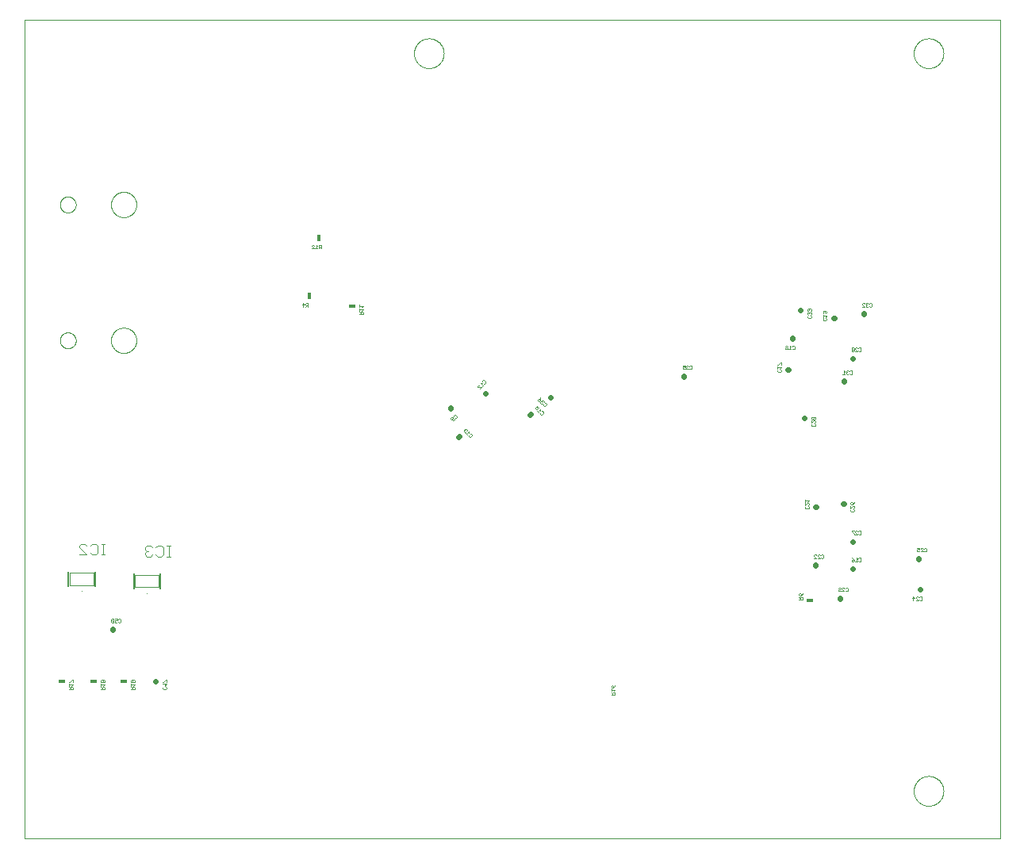
<source format=gbo>
G75*
%MOIN*%
%OFA0B0*%
%FSLAX25Y25*%
%IPPOS*%
%LPD*%
%AMOC8*
5,1,8,0,0,1.08239X$1,22.5*
%
%ADD10C,0.00000*%
%ADD11C,0.02200*%
%ADD12C,0.00100*%
%ADD13R,0.03000X0.01800*%
%ADD14R,0.01800X0.03000*%
%ADD15C,0.00039*%
%ADD16C,0.00500*%
%ADD17C,0.00295*%
%ADD18C,0.00400*%
D10*
X0001500Y0017369D02*
X0001500Y0361369D01*
X0411500Y0361369D01*
X0411500Y0017369D01*
X0001500Y0017369D01*
X0016422Y0226699D02*
X0016424Y0226814D01*
X0016430Y0226930D01*
X0016440Y0227045D01*
X0016454Y0227160D01*
X0016472Y0227274D01*
X0016494Y0227387D01*
X0016519Y0227500D01*
X0016549Y0227611D01*
X0016582Y0227722D01*
X0016619Y0227831D01*
X0016660Y0227939D01*
X0016705Y0228046D01*
X0016753Y0228151D01*
X0016805Y0228254D01*
X0016861Y0228355D01*
X0016920Y0228455D01*
X0016982Y0228552D01*
X0017048Y0228647D01*
X0017116Y0228740D01*
X0017188Y0228830D01*
X0017263Y0228918D01*
X0017342Y0229003D01*
X0017423Y0229085D01*
X0017506Y0229165D01*
X0017593Y0229241D01*
X0017682Y0229315D01*
X0017773Y0229385D01*
X0017867Y0229453D01*
X0017963Y0229517D01*
X0018062Y0229577D01*
X0018162Y0229634D01*
X0018264Y0229688D01*
X0018368Y0229738D01*
X0018474Y0229785D01*
X0018581Y0229828D01*
X0018690Y0229867D01*
X0018800Y0229902D01*
X0018911Y0229933D01*
X0019023Y0229961D01*
X0019136Y0229985D01*
X0019250Y0230005D01*
X0019365Y0230021D01*
X0019480Y0230033D01*
X0019595Y0230041D01*
X0019710Y0230045D01*
X0019826Y0230045D01*
X0019941Y0230041D01*
X0020056Y0230033D01*
X0020171Y0230021D01*
X0020286Y0230005D01*
X0020400Y0229985D01*
X0020513Y0229961D01*
X0020625Y0229933D01*
X0020736Y0229902D01*
X0020846Y0229867D01*
X0020955Y0229828D01*
X0021062Y0229785D01*
X0021168Y0229738D01*
X0021272Y0229688D01*
X0021374Y0229634D01*
X0021474Y0229577D01*
X0021573Y0229517D01*
X0021669Y0229453D01*
X0021763Y0229385D01*
X0021854Y0229315D01*
X0021943Y0229241D01*
X0022030Y0229165D01*
X0022113Y0229085D01*
X0022194Y0229003D01*
X0022273Y0228918D01*
X0022348Y0228830D01*
X0022420Y0228740D01*
X0022488Y0228647D01*
X0022554Y0228552D01*
X0022616Y0228455D01*
X0022675Y0228355D01*
X0022731Y0228254D01*
X0022783Y0228151D01*
X0022831Y0228046D01*
X0022876Y0227939D01*
X0022917Y0227831D01*
X0022954Y0227722D01*
X0022987Y0227611D01*
X0023017Y0227500D01*
X0023042Y0227387D01*
X0023064Y0227274D01*
X0023082Y0227160D01*
X0023096Y0227045D01*
X0023106Y0226930D01*
X0023112Y0226814D01*
X0023114Y0226699D01*
X0023112Y0226584D01*
X0023106Y0226468D01*
X0023096Y0226353D01*
X0023082Y0226238D01*
X0023064Y0226124D01*
X0023042Y0226011D01*
X0023017Y0225898D01*
X0022987Y0225787D01*
X0022954Y0225676D01*
X0022917Y0225567D01*
X0022876Y0225459D01*
X0022831Y0225352D01*
X0022783Y0225247D01*
X0022731Y0225144D01*
X0022675Y0225043D01*
X0022616Y0224943D01*
X0022554Y0224846D01*
X0022488Y0224751D01*
X0022420Y0224658D01*
X0022348Y0224568D01*
X0022273Y0224480D01*
X0022194Y0224395D01*
X0022113Y0224313D01*
X0022030Y0224233D01*
X0021943Y0224157D01*
X0021854Y0224083D01*
X0021763Y0224013D01*
X0021669Y0223945D01*
X0021573Y0223881D01*
X0021474Y0223821D01*
X0021374Y0223764D01*
X0021272Y0223710D01*
X0021168Y0223660D01*
X0021062Y0223613D01*
X0020955Y0223570D01*
X0020846Y0223531D01*
X0020736Y0223496D01*
X0020625Y0223465D01*
X0020513Y0223437D01*
X0020400Y0223413D01*
X0020286Y0223393D01*
X0020171Y0223377D01*
X0020056Y0223365D01*
X0019941Y0223357D01*
X0019826Y0223353D01*
X0019710Y0223353D01*
X0019595Y0223357D01*
X0019480Y0223365D01*
X0019365Y0223377D01*
X0019250Y0223393D01*
X0019136Y0223413D01*
X0019023Y0223437D01*
X0018911Y0223465D01*
X0018800Y0223496D01*
X0018690Y0223531D01*
X0018581Y0223570D01*
X0018474Y0223613D01*
X0018368Y0223660D01*
X0018264Y0223710D01*
X0018162Y0223764D01*
X0018062Y0223821D01*
X0017963Y0223881D01*
X0017867Y0223945D01*
X0017773Y0224013D01*
X0017682Y0224083D01*
X0017593Y0224157D01*
X0017506Y0224233D01*
X0017423Y0224313D01*
X0017342Y0224395D01*
X0017263Y0224480D01*
X0017188Y0224568D01*
X0017116Y0224658D01*
X0017048Y0224751D01*
X0016982Y0224846D01*
X0016920Y0224943D01*
X0016861Y0225043D01*
X0016805Y0225144D01*
X0016753Y0225247D01*
X0016705Y0225352D01*
X0016660Y0225459D01*
X0016619Y0225567D01*
X0016582Y0225676D01*
X0016549Y0225787D01*
X0016519Y0225898D01*
X0016494Y0226011D01*
X0016472Y0226124D01*
X0016454Y0226238D01*
X0016440Y0226353D01*
X0016430Y0226468D01*
X0016424Y0226584D01*
X0016422Y0226699D01*
X0037917Y0226699D02*
X0037919Y0226844D01*
X0037925Y0226989D01*
X0037935Y0227134D01*
X0037949Y0227279D01*
X0037967Y0227423D01*
X0037988Y0227566D01*
X0038014Y0227709D01*
X0038043Y0227851D01*
X0038077Y0227993D01*
X0038114Y0228133D01*
X0038155Y0228272D01*
X0038200Y0228410D01*
X0038249Y0228547D01*
X0038301Y0228683D01*
X0038357Y0228817D01*
X0038417Y0228949D01*
X0038480Y0229080D01*
X0038547Y0229208D01*
X0038617Y0229336D01*
X0038691Y0229461D01*
X0038768Y0229584D01*
X0038848Y0229704D01*
X0038932Y0229823D01*
X0039019Y0229939D01*
X0039109Y0230053D01*
X0039202Y0230165D01*
X0039298Y0230273D01*
X0039398Y0230379D01*
X0039499Y0230483D01*
X0039604Y0230583D01*
X0039712Y0230681D01*
X0039822Y0230776D01*
X0039934Y0230867D01*
X0040049Y0230956D01*
X0040167Y0231041D01*
X0040287Y0231123D01*
X0040409Y0231202D01*
X0040533Y0231278D01*
X0040659Y0231350D01*
X0040787Y0231418D01*
X0040917Y0231483D01*
X0041048Y0231545D01*
X0041181Y0231602D01*
X0041316Y0231657D01*
X0041452Y0231707D01*
X0041590Y0231754D01*
X0041728Y0231797D01*
X0041868Y0231836D01*
X0042009Y0231871D01*
X0042151Y0231903D01*
X0042293Y0231930D01*
X0042436Y0231954D01*
X0042580Y0231974D01*
X0042725Y0231990D01*
X0042869Y0232002D01*
X0043014Y0232010D01*
X0043159Y0232014D01*
X0043305Y0232014D01*
X0043450Y0232010D01*
X0043595Y0232002D01*
X0043739Y0231990D01*
X0043884Y0231974D01*
X0044028Y0231954D01*
X0044171Y0231930D01*
X0044313Y0231903D01*
X0044455Y0231871D01*
X0044596Y0231836D01*
X0044736Y0231797D01*
X0044874Y0231754D01*
X0045012Y0231707D01*
X0045148Y0231657D01*
X0045283Y0231602D01*
X0045416Y0231545D01*
X0045547Y0231483D01*
X0045677Y0231418D01*
X0045805Y0231350D01*
X0045931Y0231278D01*
X0046055Y0231202D01*
X0046177Y0231123D01*
X0046297Y0231041D01*
X0046415Y0230956D01*
X0046530Y0230867D01*
X0046642Y0230776D01*
X0046752Y0230681D01*
X0046860Y0230583D01*
X0046965Y0230483D01*
X0047066Y0230379D01*
X0047166Y0230273D01*
X0047262Y0230165D01*
X0047355Y0230053D01*
X0047445Y0229939D01*
X0047532Y0229823D01*
X0047616Y0229704D01*
X0047696Y0229584D01*
X0047773Y0229461D01*
X0047847Y0229336D01*
X0047917Y0229208D01*
X0047984Y0229080D01*
X0048047Y0228949D01*
X0048107Y0228817D01*
X0048163Y0228683D01*
X0048215Y0228547D01*
X0048264Y0228410D01*
X0048309Y0228272D01*
X0048350Y0228133D01*
X0048387Y0227993D01*
X0048421Y0227851D01*
X0048450Y0227709D01*
X0048476Y0227566D01*
X0048497Y0227423D01*
X0048515Y0227279D01*
X0048529Y0227134D01*
X0048539Y0226989D01*
X0048545Y0226844D01*
X0048547Y0226699D01*
X0048545Y0226554D01*
X0048539Y0226409D01*
X0048529Y0226264D01*
X0048515Y0226119D01*
X0048497Y0225975D01*
X0048476Y0225832D01*
X0048450Y0225689D01*
X0048421Y0225547D01*
X0048387Y0225405D01*
X0048350Y0225265D01*
X0048309Y0225126D01*
X0048264Y0224988D01*
X0048215Y0224851D01*
X0048163Y0224715D01*
X0048107Y0224581D01*
X0048047Y0224449D01*
X0047984Y0224318D01*
X0047917Y0224190D01*
X0047847Y0224062D01*
X0047773Y0223937D01*
X0047696Y0223814D01*
X0047616Y0223694D01*
X0047532Y0223575D01*
X0047445Y0223459D01*
X0047355Y0223345D01*
X0047262Y0223233D01*
X0047166Y0223125D01*
X0047066Y0223019D01*
X0046965Y0222915D01*
X0046860Y0222815D01*
X0046752Y0222717D01*
X0046642Y0222622D01*
X0046530Y0222531D01*
X0046415Y0222442D01*
X0046297Y0222357D01*
X0046177Y0222275D01*
X0046055Y0222196D01*
X0045931Y0222120D01*
X0045805Y0222048D01*
X0045677Y0221980D01*
X0045547Y0221915D01*
X0045416Y0221853D01*
X0045283Y0221796D01*
X0045148Y0221741D01*
X0045012Y0221691D01*
X0044874Y0221644D01*
X0044736Y0221601D01*
X0044596Y0221562D01*
X0044455Y0221527D01*
X0044313Y0221495D01*
X0044171Y0221468D01*
X0044028Y0221444D01*
X0043884Y0221424D01*
X0043739Y0221408D01*
X0043595Y0221396D01*
X0043450Y0221388D01*
X0043305Y0221384D01*
X0043159Y0221384D01*
X0043014Y0221388D01*
X0042869Y0221396D01*
X0042725Y0221408D01*
X0042580Y0221424D01*
X0042436Y0221444D01*
X0042293Y0221468D01*
X0042151Y0221495D01*
X0042009Y0221527D01*
X0041868Y0221562D01*
X0041728Y0221601D01*
X0041590Y0221644D01*
X0041452Y0221691D01*
X0041316Y0221741D01*
X0041181Y0221796D01*
X0041048Y0221853D01*
X0040917Y0221915D01*
X0040787Y0221980D01*
X0040659Y0222048D01*
X0040533Y0222120D01*
X0040409Y0222196D01*
X0040287Y0222275D01*
X0040167Y0222357D01*
X0040049Y0222442D01*
X0039934Y0222531D01*
X0039822Y0222622D01*
X0039712Y0222717D01*
X0039604Y0222815D01*
X0039499Y0222915D01*
X0039398Y0223019D01*
X0039298Y0223125D01*
X0039202Y0223233D01*
X0039109Y0223345D01*
X0039019Y0223459D01*
X0038932Y0223575D01*
X0038848Y0223694D01*
X0038768Y0223814D01*
X0038691Y0223937D01*
X0038617Y0224062D01*
X0038547Y0224190D01*
X0038480Y0224318D01*
X0038417Y0224449D01*
X0038357Y0224581D01*
X0038301Y0224715D01*
X0038249Y0224851D01*
X0038200Y0224988D01*
X0038155Y0225126D01*
X0038114Y0225265D01*
X0038077Y0225405D01*
X0038043Y0225547D01*
X0038014Y0225689D01*
X0037988Y0225832D01*
X0037967Y0225975D01*
X0037949Y0226119D01*
X0037935Y0226264D01*
X0037925Y0226409D01*
X0037919Y0226554D01*
X0037917Y0226699D01*
X0037917Y0283786D02*
X0037919Y0283931D01*
X0037925Y0284076D01*
X0037935Y0284221D01*
X0037949Y0284366D01*
X0037967Y0284510D01*
X0037988Y0284653D01*
X0038014Y0284796D01*
X0038043Y0284938D01*
X0038077Y0285080D01*
X0038114Y0285220D01*
X0038155Y0285359D01*
X0038200Y0285497D01*
X0038249Y0285634D01*
X0038301Y0285770D01*
X0038357Y0285904D01*
X0038417Y0286036D01*
X0038480Y0286167D01*
X0038547Y0286295D01*
X0038617Y0286423D01*
X0038691Y0286548D01*
X0038768Y0286671D01*
X0038848Y0286791D01*
X0038932Y0286910D01*
X0039019Y0287026D01*
X0039109Y0287140D01*
X0039202Y0287252D01*
X0039298Y0287360D01*
X0039398Y0287466D01*
X0039499Y0287570D01*
X0039604Y0287670D01*
X0039712Y0287768D01*
X0039822Y0287863D01*
X0039934Y0287954D01*
X0040049Y0288043D01*
X0040167Y0288128D01*
X0040287Y0288210D01*
X0040409Y0288289D01*
X0040533Y0288365D01*
X0040659Y0288437D01*
X0040787Y0288505D01*
X0040917Y0288570D01*
X0041048Y0288632D01*
X0041181Y0288689D01*
X0041316Y0288744D01*
X0041452Y0288794D01*
X0041590Y0288841D01*
X0041728Y0288884D01*
X0041868Y0288923D01*
X0042009Y0288958D01*
X0042151Y0288990D01*
X0042293Y0289017D01*
X0042436Y0289041D01*
X0042580Y0289061D01*
X0042725Y0289077D01*
X0042869Y0289089D01*
X0043014Y0289097D01*
X0043159Y0289101D01*
X0043305Y0289101D01*
X0043450Y0289097D01*
X0043595Y0289089D01*
X0043739Y0289077D01*
X0043884Y0289061D01*
X0044028Y0289041D01*
X0044171Y0289017D01*
X0044313Y0288990D01*
X0044455Y0288958D01*
X0044596Y0288923D01*
X0044736Y0288884D01*
X0044874Y0288841D01*
X0045012Y0288794D01*
X0045148Y0288744D01*
X0045283Y0288689D01*
X0045416Y0288632D01*
X0045547Y0288570D01*
X0045677Y0288505D01*
X0045805Y0288437D01*
X0045931Y0288365D01*
X0046055Y0288289D01*
X0046177Y0288210D01*
X0046297Y0288128D01*
X0046415Y0288043D01*
X0046530Y0287954D01*
X0046642Y0287863D01*
X0046752Y0287768D01*
X0046860Y0287670D01*
X0046965Y0287570D01*
X0047066Y0287466D01*
X0047166Y0287360D01*
X0047262Y0287252D01*
X0047355Y0287140D01*
X0047445Y0287026D01*
X0047532Y0286910D01*
X0047616Y0286791D01*
X0047696Y0286671D01*
X0047773Y0286548D01*
X0047847Y0286423D01*
X0047917Y0286295D01*
X0047984Y0286167D01*
X0048047Y0286036D01*
X0048107Y0285904D01*
X0048163Y0285770D01*
X0048215Y0285634D01*
X0048264Y0285497D01*
X0048309Y0285359D01*
X0048350Y0285220D01*
X0048387Y0285080D01*
X0048421Y0284938D01*
X0048450Y0284796D01*
X0048476Y0284653D01*
X0048497Y0284510D01*
X0048515Y0284366D01*
X0048529Y0284221D01*
X0048539Y0284076D01*
X0048545Y0283931D01*
X0048547Y0283786D01*
X0048545Y0283641D01*
X0048539Y0283496D01*
X0048529Y0283351D01*
X0048515Y0283206D01*
X0048497Y0283062D01*
X0048476Y0282919D01*
X0048450Y0282776D01*
X0048421Y0282634D01*
X0048387Y0282492D01*
X0048350Y0282352D01*
X0048309Y0282213D01*
X0048264Y0282075D01*
X0048215Y0281938D01*
X0048163Y0281802D01*
X0048107Y0281668D01*
X0048047Y0281536D01*
X0047984Y0281405D01*
X0047917Y0281277D01*
X0047847Y0281149D01*
X0047773Y0281024D01*
X0047696Y0280901D01*
X0047616Y0280781D01*
X0047532Y0280662D01*
X0047445Y0280546D01*
X0047355Y0280432D01*
X0047262Y0280320D01*
X0047166Y0280212D01*
X0047066Y0280106D01*
X0046965Y0280002D01*
X0046860Y0279902D01*
X0046752Y0279804D01*
X0046642Y0279709D01*
X0046530Y0279618D01*
X0046415Y0279529D01*
X0046297Y0279444D01*
X0046177Y0279362D01*
X0046055Y0279283D01*
X0045931Y0279207D01*
X0045805Y0279135D01*
X0045677Y0279067D01*
X0045547Y0279002D01*
X0045416Y0278940D01*
X0045283Y0278883D01*
X0045148Y0278828D01*
X0045012Y0278778D01*
X0044874Y0278731D01*
X0044736Y0278688D01*
X0044596Y0278649D01*
X0044455Y0278614D01*
X0044313Y0278582D01*
X0044171Y0278555D01*
X0044028Y0278531D01*
X0043884Y0278511D01*
X0043739Y0278495D01*
X0043595Y0278483D01*
X0043450Y0278475D01*
X0043305Y0278471D01*
X0043159Y0278471D01*
X0043014Y0278475D01*
X0042869Y0278483D01*
X0042725Y0278495D01*
X0042580Y0278511D01*
X0042436Y0278531D01*
X0042293Y0278555D01*
X0042151Y0278582D01*
X0042009Y0278614D01*
X0041868Y0278649D01*
X0041728Y0278688D01*
X0041590Y0278731D01*
X0041452Y0278778D01*
X0041316Y0278828D01*
X0041181Y0278883D01*
X0041048Y0278940D01*
X0040917Y0279002D01*
X0040787Y0279067D01*
X0040659Y0279135D01*
X0040533Y0279207D01*
X0040409Y0279283D01*
X0040287Y0279362D01*
X0040167Y0279444D01*
X0040049Y0279529D01*
X0039934Y0279618D01*
X0039822Y0279709D01*
X0039712Y0279804D01*
X0039604Y0279902D01*
X0039499Y0280002D01*
X0039398Y0280106D01*
X0039298Y0280212D01*
X0039202Y0280320D01*
X0039109Y0280432D01*
X0039019Y0280546D01*
X0038932Y0280662D01*
X0038848Y0280781D01*
X0038768Y0280901D01*
X0038691Y0281024D01*
X0038617Y0281149D01*
X0038547Y0281277D01*
X0038480Y0281405D01*
X0038417Y0281536D01*
X0038357Y0281668D01*
X0038301Y0281802D01*
X0038249Y0281938D01*
X0038200Y0282075D01*
X0038155Y0282213D01*
X0038114Y0282352D01*
X0038077Y0282492D01*
X0038043Y0282634D01*
X0038014Y0282776D01*
X0037988Y0282919D01*
X0037967Y0283062D01*
X0037949Y0283206D01*
X0037935Y0283351D01*
X0037925Y0283496D01*
X0037919Y0283641D01*
X0037917Y0283786D01*
X0016422Y0283786D02*
X0016424Y0283901D01*
X0016430Y0284017D01*
X0016440Y0284132D01*
X0016454Y0284247D01*
X0016472Y0284361D01*
X0016494Y0284474D01*
X0016519Y0284587D01*
X0016549Y0284698D01*
X0016582Y0284809D01*
X0016619Y0284918D01*
X0016660Y0285026D01*
X0016705Y0285133D01*
X0016753Y0285238D01*
X0016805Y0285341D01*
X0016861Y0285442D01*
X0016920Y0285542D01*
X0016982Y0285639D01*
X0017048Y0285734D01*
X0017116Y0285827D01*
X0017188Y0285917D01*
X0017263Y0286005D01*
X0017342Y0286090D01*
X0017423Y0286172D01*
X0017506Y0286252D01*
X0017593Y0286328D01*
X0017682Y0286402D01*
X0017773Y0286472D01*
X0017867Y0286540D01*
X0017963Y0286604D01*
X0018062Y0286664D01*
X0018162Y0286721D01*
X0018264Y0286775D01*
X0018368Y0286825D01*
X0018474Y0286872D01*
X0018581Y0286915D01*
X0018690Y0286954D01*
X0018800Y0286989D01*
X0018911Y0287020D01*
X0019023Y0287048D01*
X0019136Y0287072D01*
X0019250Y0287092D01*
X0019365Y0287108D01*
X0019480Y0287120D01*
X0019595Y0287128D01*
X0019710Y0287132D01*
X0019826Y0287132D01*
X0019941Y0287128D01*
X0020056Y0287120D01*
X0020171Y0287108D01*
X0020286Y0287092D01*
X0020400Y0287072D01*
X0020513Y0287048D01*
X0020625Y0287020D01*
X0020736Y0286989D01*
X0020846Y0286954D01*
X0020955Y0286915D01*
X0021062Y0286872D01*
X0021168Y0286825D01*
X0021272Y0286775D01*
X0021374Y0286721D01*
X0021474Y0286664D01*
X0021573Y0286604D01*
X0021669Y0286540D01*
X0021763Y0286472D01*
X0021854Y0286402D01*
X0021943Y0286328D01*
X0022030Y0286252D01*
X0022113Y0286172D01*
X0022194Y0286090D01*
X0022273Y0286005D01*
X0022348Y0285917D01*
X0022420Y0285827D01*
X0022488Y0285734D01*
X0022554Y0285639D01*
X0022616Y0285542D01*
X0022675Y0285442D01*
X0022731Y0285341D01*
X0022783Y0285238D01*
X0022831Y0285133D01*
X0022876Y0285026D01*
X0022917Y0284918D01*
X0022954Y0284809D01*
X0022987Y0284698D01*
X0023017Y0284587D01*
X0023042Y0284474D01*
X0023064Y0284361D01*
X0023082Y0284247D01*
X0023096Y0284132D01*
X0023106Y0284017D01*
X0023112Y0283901D01*
X0023114Y0283786D01*
X0023112Y0283671D01*
X0023106Y0283555D01*
X0023096Y0283440D01*
X0023082Y0283325D01*
X0023064Y0283211D01*
X0023042Y0283098D01*
X0023017Y0282985D01*
X0022987Y0282874D01*
X0022954Y0282763D01*
X0022917Y0282654D01*
X0022876Y0282546D01*
X0022831Y0282439D01*
X0022783Y0282334D01*
X0022731Y0282231D01*
X0022675Y0282130D01*
X0022616Y0282030D01*
X0022554Y0281933D01*
X0022488Y0281838D01*
X0022420Y0281745D01*
X0022348Y0281655D01*
X0022273Y0281567D01*
X0022194Y0281482D01*
X0022113Y0281400D01*
X0022030Y0281320D01*
X0021943Y0281244D01*
X0021854Y0281170D01*
X0021763Y0281100D01*
X0021669Y0281032D01*
X0021573Y0280968D01*
X0021474Y0280908D01*
X0021374Y0280851D01*
X0021272Y0280797D01*
X0021168Y0280747D01*
X0021062Y0280700D01*
X0020955Y0280657D01*
X0020846Y0280618D01*
X0020736Y0280583D01*
X0020625Y0280552D01*
X0020513Y0280524D01*
X0020400Y0280500D01*
X0020286Y0280480D01*
X0020171Y0280464D01*
X0020056Y0280452D01*
X0019941Y0280444D01*
X0019826Y0280440D01*
X0019710Y0280440D01*
X0019595Y0280444D01*
X0019480Y0280452D01*
X0019365Y0280464D01*
X0019250Y0280480D01*
X0019136Y0280500D01*
X0019023Y0280524D01*
X0018911Y0280552D01*
X0018800Y0280583D01*
X0018690Y0280618D01*
X0018581Y0280657D01*
X0018474Y0280700D01*
X0018368Y0280747D01*
X0018264Y0280797D01*
X0018162Y0280851D01*
X0018062Y0280908D01*
X0017963Y0280968D01*
X0017867Y0281032D01*
X0017773Y0281100D01*
X0017682Y0281170D01*
X0017593Y0281244D01*
X0017506Y0281320D01*
X0017423Y0281400D01*
X0017342Y0281482D01*
X0017263Y0281567D01*
X0017188Y0281655D01*
X0017116Y0281745D01*
X0017048Y0281838D01*
X0016982Y0281933D01*
X0016920Y0282030D01*
X0016861Y0282130D01*
X0016805Y0282231D01*
X0016753Y0282334D01*
X0016705Y0282439D01*
X0016660Y0282546D01*
X0016619Y0282654D01*
X0016582Y0282763D01*
X0016549Y0282874D01*
X0016519Y0282985D01*
X0016494Y0283098D01*
X0016472Y0283211D01*
X0016454Y0283325D01*
X0016440Y0283440D01*
X0016430Y0283555D01*
X0016424Y0283671D01*
X0016422Y0283786D01*
X0165250Y0347369D02*
X0165252Y0347527D01*
X0165258Y0347684D01*
X0165268Y0347842D01*
X0165282Y0347999D01*
X0165300Y0348155D01*
X0165321Y0348312D01*
X0165347Y0348467D01*
X0165377Y0348622D01*
X0165410Y0348776D01*
X0165448Y0348929D01*
X0165489Y0349082D01*
X0165534Y0349233D01*
X0165583Y0349383D01*
X0165636Y0349531D01*
X0165692Y0349679D01*
X0165753Y0349824D01*
X0165816Y0349969D01*
X0165884Y0350111D01*
X0165955Y0350252D01*
X0166029Y0350391D01*
X0166107Y0350528D01*
X0166189Y0350663D01*
X0166273Y0350796D01*
X0166362Y0350927D01*
X0166453Y0351055D01*
X0166548Y0351182D01*
X0166645Y0351305D01*
X0166746Y0351427D01*
X0166850Y0351545D01*
X0166957Y0351661D01*
X0167067Y0351774D01*
X0167179Y0351885D01*
X0167295Y0351992D01*
X0167413Y0352097D01*
X0167533Y0352199D01*
X0167656Y0352297D01*
X0167782Y0352393D01*
X0167910Y0352485D01*
X0168040Y0352574D01*
X0168172Y0352660D01*
X0168307Y0352742D01*
X0168444Y0352821D01*
X0168582Y0352896D01*
X0168722Y0352968D01*
X0168865Y0353036D01*
X0169008Y0353101D01*
X0169154Y0353162D01*
X0169301Y0353219D01*
X0169449Y0353273D01*
X0169599Y0353323D01*
X0169749Y0353369D01*
X0169901Y0353411D01*
X0170054Y0353450D01*
X0170208Y0353484D01*
X0170363Y0353515D01*
X0170518Y0353541D01*
X0170674Y0353564D01*
X0170831Y0353583D01*
X0170988Y0353598D01*
X0171145Y0353609D01*
X0171303Y0353616D01*
X0171461Y0353619D01*
X0171618Y0353618D01*
X0171776Y0353613D01*
X0171933Y0353604D01*
X0172091Y0353591D01*
X0172247Y0353574D01*
X0172404Y0353553D01*
X0172559Y0353529D01*
X0172714Y0353500D01*
X0172869Y0353467D01*
X0173022Y0353431D01*
X0173175Y0353390D01*
X0173326Y0353346D01*
X0173476Y0353298D01*
X0173625Y0353247D01*
X0173773Y0353191D01*
X0173919Y0353132D01*
X0174064Y0353069D01*
X0174207Y0353002D01*
X0174348Y0352932D01*
X0174487Y0352859D01*
X0174625Y0352782D01*
X0174761Y0352701D01*
X0174894Y0352617D01*
X0175025Y0352530D01*
X0175154Y0352439D01*
X0175281Y0352345D01*
X0175406Y0352248D01*
X0175527Y0352148D01*
X0175647Y0352045D01*
X0175763Y0351939D01*
X0175877Y0351830D01*
X0175989Y0351718D01*
X0176097Y0351604D01*
X0176202Y0351486D01*
X0176305Y0351366D01*
X0176404Y0351244D01*
X0176500Y0351119D01*
X0176593Y0350991D01*
X0176683Y0350862D01*
X0176769Y0350730D01*
X0176853Y0350596D01*
X0176932Y0350460D01*
X0177009Y0350322D01*
X0177081Y0350182D01*
X0177150Y0350040D01*
X0177216Y0349897D01*
X0177278Y0349752D01*
X0177336Y0349605D01*
X0177391Y0349457D01*
X0177442Y0349308D01*
X0177489Y0349157D01*
X0177532Y0349006D01*
X0177571Y0348853D01*
X0177607Y0348699D01*
X0177638Y0348545D01*
X0177666Y0348390D01*
X0177690Y0348234D01*
X0177710Y0348077D01*
X0177726Y0347920D01*
X0177738Y0347763D01*
X0177746Y0347606D01*
X0177750Y0347448D01*
X0177750Y0347290D01*
X0177746Y0347132D01*
X0177738Y0346975D01*
X0177726Y0346818D01*
X0177710Y0346661D01*
X0177690Y0346504D01*
X0177666Y0346348D01*
X0177638Y0346193D01*
X0177607Y0346039D01*
X0177571Y0345885D01*
X0177532Y0345732D01*
X0177489Y0345581D01*
X0177442Y0345430D01*
X0177391Y0345281D01*
X0177336Y0345133D01*
X0177278Y0344986D01*
X0177216Y0344841D01*
X0177150Y0344698D01*
X0177081Y0344556D01*
X0177009Y0344416D01*
X0176932Y0344278D01*
X0176853Y0344142D01*
X0176769Y0344008D01*
X0176683Y0343876D01*
X0176593Y0343747D01*
X0176500Y0343619D01*
X0176404Y0343494D01*
X0176305Y0343372D01*
X0176202Y0343252D01*
X0176097Y0343134D01*
X0175989Y0343020D01*
X0175877Y0342908D01*
X0175763Y0342799D01*
X0175647Y0342693D01*
X0175527Y0342590D01*
X0175406Y0342490D01*
X0175281Y0342393D01*
X0175154Y0342299D01*
X0175025Y0342208D01*
X0174894Y0342121D01*
X0174761Y0342037D01*
X0174625Y0341956D01*
X0174487Y0341879D01*
X0174348Y0341806D01*
X0174207Y0341736D01*
X0174064Y0341669D01*
X0173919Y0341606D01*
X0173773Y0341547D01*
X0173625Y0341491D01*
X0173476Y0341440D01*
X0173326Y0341392D01*
X0173175Y0341348D01*
X0173022Y0341307D01*
X0172869Y0341271D01*
X0172714Y0341238D01*
X0172559Y0341209D01*
X0172404Y0341185D01*
X0172247Y0341164D01*
X0172091Y0341147D01*
X0171933Y0341134D01*
X0171776Y0341125D01*
X0171618Y0341120D01*
X0171461Y0341119D01*
X0171303Y0341122D01*
X0171145Y0341129D01*
X0170988Y0341140D01*
X0170831Y0341155D01*
X0170674Y0341174D01*
X0170518Y0341197D01*
X0170363Y0341223D01*
X0170208Y0341254D01*
X0170054Y0341288D01*
X0169901Y0341327D01*
X0169749Y0341369D01*
X0169599Y0341415D01*
X0169449Y0341465D01*
X0169301Y0341519D01*
X0169154Y0341576D01*
X0169008Y0341637D01*
X0168865Y0341702D01*
X0168722Y0341770D01*
X0168582Y0341842D01*
X0168444Y0341917D01*
X0168307Y0341996D01*
X0168172Y0342078D01*
X0168040Y0342164D01*
X0167910Y0342253D01*
X0167782Y0342345D01*
X0167656Y0342441D01*
X0167533Y0342539D01*
X0167413Y0342641D01*
X0167295Y0342746D01*
X0167179Y0342853D01*
X0167067Y0342964D01*
X0166957Y0343077D01*
X0166850Y0343193D01*
X0166746Y0343311D01*
X0166645Y0343433D01*
X0166548Y0343556D01*
X0166453Y0343683D01*
X0166362Y0343811D01*
X0166273Y0343942D01*
X0166189Y0344075D01*
X0166107Y0344210D01*
X0166029Y0344347D01*
X0165955Y0344486D01*
X0165884Y0344627D01*
X0165816Y0344769D01*
X0165753Y0344914D01*
X0165692Y0345059D01*
X0165636Y0345207D01*
X0165583Y0345355D01*
X0165534Y0345505D01*
X0165489Y0345656D01*
X0165448Y0345809D01*
X0165410Y0345962D01*
X0165377Y0346116D01*
X0165347Y0346271D01*
X0165321Y0346426D01*
X0165300Y0346583D01*
X0165282Y0346739D01*
X0165268Y0346896D01*
X0165258Y0347054D01*
X0165252Y0347211D01*
X0165250Y0347369D01*
X0375250Y0347369D02*
X0375252Y0347527D01*
X0375258Y0347684D01*
X0375268Y0347842D01*
X0375282Y0347999D01*
X0375300Y0348155D01*
X0375321Y0348312D01*
X0375347Y0348467D01*
X0375377Y0348622D01*
X0375410Y0348776D01*
X0375448Y0348929D01*
X0375489Y0349082D01*
X0375534Y0349233D01*
X0375583Y0349383D01*
X0375636Y0349531D01*
X0375692Y0349679D01*
X0375753Y0349824D01*
X0375816Y0349969D01*
X0375884Y0350111D01*
X0375955Y0350252D01*
X0376029Y0350391D01*
X0376107Y0350528D01*
X0376189Y0350663D01*
X0376273Y0350796D01*
X0376362Y0350927D01*
X0376453Y0351055D01*
X0376548Y0351182D01*
X0376645Y0351305D01*
X0376746Y0351427D01*
X0376850Y0351545D01*
X0376957Y0351661D01*
X0377067Y0351774D01*
X0377179Y0351885D01*
X0377295Y0351992D01*
X0377413Y0352097D01*
X0377533Y0352199D01*
X0377656Y0352297D01*
X0377782Y0352393D01*
X0377910Y0352485D01*
X0378040Y0352574D01*
X0378172Y0352660D01*
X0378307Y0352742D01*
X0378444Y0352821D01*
X0378582Y0352896D01*
X0378722Y0352968D01*
X0378865Y0353036D01*
X0379008Y0353101D01*
X0379154Y0353162D01*
X0379301Y0353219D01*
X0379449Y0353273D01*
X0379599Y0353323D01*
X0379749Y0353369D01*
X0379901Y0353411D01*
X0380054Y0353450D01*
X0380208Y0353484D01*
X0380363Y0353515D01*
X0380518Y0353541D01*
X0380674Y0353564D01*
X0380831Y0353583D01*
X0380988Y0353598D01*
X0381145Y0353609D01*
X0381303Y0353616D01*
X0381461Y0353619D01*
X0381618Y0353618D01*
X0381776Y0353613D01*
X0381933Y0353604D01*
X0382091Y0353591D01*
X0382247Y0353574D01*
X0382404Y0353553D01*
X0382559Y0353529D01*
X0382714Y0353500D01*
X0382869Y0353467D01*
X0383022Y0353431D01*
X0383175Y0353390D01*
X0383326Y0353346D01*
X0383476Y0353298D01*
X0383625Y0353247D01*
X0383773Y0353191D01*
X0383919Y0353132D01*
X0384064Y0353069D01*
X0384207Y0353002D01*
X0384348Y0352932D01*
X0384487Y0352859D01*
X0384625Y0352782D01*
X0384761Y0352701D01*
X0384894Y0352617D01*
X0385025Y0352530D01*
X0385154Y0352439D01*
X0385281Y0352345D01*
X0385406Y0352248D01*
X0385527Y0352148D01*
X0385647Y0352045D01*
X0385763Y0351939D01*
X0385877Y0351830D01*
X0385989Y0351718D01*
X0386097Y0351604D01*
X0386202Y0351486D01*
X0386305Y0351366D01*
X0386404Y0351244D01*
X0386500Y0351119D01*
X0386593Y0350991D01*
X0386683Y0350862D01*
X0386769Y0350730D01*
X0386853Y0350596D01*
X0386932Y0350460D01*
X0387009Y0350322D01*
X0387081Y0350182D01*
X0387150Y0350040D01*
X0387216Y0349897D01*
X0387278Y0349752D01*
X0387336Y0349605D01*
X0387391Y0349457D01*
X0387442Y0349308D01*
X0387489Y0349157D01*
X0387532Y0349006D01*
X0387571Y0348853D01*
X0387607Y0348699D01*
X0387638Y0348545D01*
X0387666Y0348390D01*
X0387690Y0348234D01*
X0387710Y0348077D01*
X0387726Y0347920D01*
X0387738Y0347763D01*
X0387746Y0347606D01*
X0387750Y0347448D01*
X0387750Y0347290D01*
X0387746Y0347132D01*
X0387738Y0346975D01*
X0387726Y0346818D01*
X0387710Y0346661D01*
X0387690Y0346504D01*
X0387666Y0346348D01*
X0387638Y0346193D01*
X0387607Y0346039D01*
X0387571Y0345885D01*
X0387532Y0345732D01*
X0387489Y0345581D01*
X0387442Y0345430D01*
X0387391Y0345281D01*
X0387336Y0345133D01*
X0387278Y0344986D01*
X0387216Y0344841D01*
X0387150Y0344698D01*
X0387081Y0344556D01*
X0387009Y0344416D01*
X0386932Y0344278D01*
X0386853Y0344142D01*
X0386769Y0344008D01*
X0386683Y0343876D01*
X0386593Y0343747D01*
X0386500Y0343619D01*
X0386404Y0343494D01*
X0386305Y0343372D01*
X0386202Y0343252D01*
X0386097Y0343134D01*
X0385989Y0343020D01*
X0385877Y0342908D01*
X0385763Y0342799D01*
X0385647Y0342693D01*
X0385527Y0342590D01*
X0385406Y0342490D01*
X0385281Y0342393D01*
X0385154Y0342299D01*
X0385025Y0342208D01*
X0384894Y0342121D01*
X0384761Y0342037D01*
X0384625Y0341956D01*
X0384487Y0341879D01*
X0384348Y0341806D01*
X0384207Y0341736D01*
X0384064Y0341669D01*
X0383919Y0341606D01*
X0383773Y0341547D01*
X0383625Y0341491D01*
X0383476Y0341440D01*
X0383326Y0341392D01*
X0383175Y0341348D01*
X0383022Y0341307D01*
X0382869Y0341271D01*
X0382714Y0341238D01*
X0382559Y0341209D01*
X0382404Y0341185D01*
X0382247Y0341164D01*
X0382091Y0341147D01*
X0381933Y0341134D01*
X0381776Y0341125D01*
X0381618Y0341120D01*
X0381461Y0341119D01*
X0381303Y0341122D01*
X0381145Y0341129D01*
X0380988Y0341140D01*
X0380831Y0341155D01*
X0380674Y0341174D01*
X0380518Y0341197D01*
X0380363Y0341223D01*
X0380208Y0341254D01*
X0380054Y0341288D01*
X0379901Y0341327D01*
X0379749Y0341369D01*
X0379599Y0341415D01*
X0379449Y0341465D01*
X0379301Y0341519D01*
X0379154Y0341576D01*
X0379008Y0341637D01*
X0378865Y0341702D01*
X0378722Y0341770D01*
X0378582Y0341842D01*
X0378444Y0341917D01*
X0378307Y0341996D01*
X0378172Y0342078D01*
X0378040Y0342164D01*
X0377910Y0342253D01*
X0377782Y0342345D01*
X0377656Y0342441D01*
X0377533Y0342539D01*
X0377413Y0342641D01*
X0377295Y0342746D01*
X0377179Y0342853D01*
X0377067Y0342964D01*
X0376957Y0343077D01*
X0376850Y0343193D01*
X0376746Y0343311D01*
X0376645Y0343433D01*
X0376548Y0343556D01*
X0376453Y0343683D01*
X0376362Y0343811D01*
X0376273Y0343942D01*
X0376189Y0344075D01*
X0376107Y0344210D01*
X0376029Y0344347D01*
X0375955Y0344486D01*
X0375884Y0344627D01*
X0375816Y0344769D01*
X0375753Y0344914D01*
X0375692Y0345059D01*
X0375636Y0345207D01*
X0375583Y0345355D01*
X0375534Y0345505D01*
X0375489Y0345656D01*
X0375448Y0345809D01*
X0375410Y0345962D01*
X0375377Y0346116D01*
X0375347Y0346271D01*
X0375321Y0346426D01*
X0375300Y0346583D01*
X0375282Y0346739D01*
X0375268Y0346896D01*
X0375258Y0347054D01*
X0375252Y0347211D01*
X0375250Y0347369D01*
X0375250Y0037369D02*
X0375252Y0037527D01*
X0375258Y0037684D01*
X0375268Y0037842D01*
X0375282Y0037999D01*
X0375300Y0038155D01*
X0375321Y0038312D01*
X0375347Y0038467D01*
X0375377Y0038622D01*
X0375410Y0038776D01*
X0375448Y0038929D01*
X0375489Y0039082D01*
X0375534Y0039233D01*
X0375583Y0039383D01*
X0375636Y0039531D01*
X0375692Y0039679D01*
X0375753Y0039824D01*
X0375816Y0039969D01*
X0375884Y0040111D01*
X0375955Y0040252D01*
X0376029Y0040391D01*
X0376107Y0040528D01*
X0376189Y0040663D01*
X0376273Y0040796D01*
X0376362Y0040927D01*
X0376453Y0041055D01*
X0376548Y0041182D01*
X0376645Y0041305D01*
X0376746Y0041427D01*
X0376850Y0041545D01*
X0376957Y0041661D01*
X0377067Y0041774D01*
X0377179Y0041885D01*
X0377295Y0041992D01*
X0377413Y0042097D01*
X0377533Y0042199D01*
X0377656Y0042297D01*
X0377782Y0042393D01*
X0377910Y0042485D01*
X0378040Y0042574D01*
X0378172Y0042660D01*
X0378307Y0042742D01*
X0378444Y0042821D01*
X0378582Y0042896D01*
X0378722Y0042968D01*
X0378865Y0043036D01*
X0379008Y0043101D01*
X0379154Y0043162D01*
X0379301Y0043219D01*
X0379449Y0043273D01*
X0379599Y0043323D01*
X0379749Y0043369D01*
X0379901Y0043411D01*
X0380054Y0043450D01*
X0380208Y0043484D01*
X0380363Y0043515D01*
X0380518Y0043541D01*
X0380674Y0043564D01*
X0380831Y0043583D01*
X0380988Y0043598D01*
X0381145Y0043609D01*
X0381303Y0043616D01*
X0381461Y0043619D01*
X0381618Y0043618D01*
X0381776Y0043613D01*
X0381933Y0043604D01*
X0382091Y0043591D01*
X0382247Y0043574D01*
X0382404Y0043553D01*
X0382559Y0043529D01*
X0382714Y0043500D01*
X0382869Y0043467D01*
X0383022Y0043431D01*
X0383175Y0043390D01*
X0383326Y0043346D01*
X0383476Y0043298D01*
X0383625Y0043247D01*
X0383773Y0043191D01*
X0383919Y0043132D01*
X0384064Y0043069D01*
X0384207Y0043002D01*
X0384348Y0042932D01*
X0384487Y0042859D01*
X0384625Y0042782D01*
X0384761Y0042701D01*
X0384894Y0042617D01*
X0385025Y0042530D01*
X0385154Y0042439D01*
X0385281Y0042345D01*
X0385406Y0042248D01*
X0385527Y0042148D01*
X0385647Y0042045D01*
X0385763Y0041939D01*
X0385877Y0041830D01*
X0385989Y0041718D01*
X0386097Y0041604D01*
X0386202Y0041486D01*
X0386305Y0041366D01*
X0386404Y0041244D01*
X0386500Y0041119D01*
X0386593Y0040991D01*
X0386683Y0040862D01*
X0386769Y0040730D01*
X0386853Y0040596D01*
X0386932Y0040460D01*
X0387009Y0040322D01*
X0387081Y0040182D01*
X0387150Y0040040D01*
X0387216Y0039897D01*
X0387278Y0039752D01*
X0387336Y0039605D01*
X0387391Y0039457D01*
X0387442Y0039308D01*
X0387489Y0039157D01*
X0387532Y0039006D01*
X0387571Y0038853D01*
X0387607Y0038699D01*
X0387638Y0038545D01*
X0387666Y0038390D01*
X0387690Y0038234D01*
X0387710Y0038077D01*
X0387726Y0037920D01*
X0387738Y0037763D01*
X0387746Y0037606D01*
X0387750Y0037448D01*
X0387750Y0037290D01*
X0387746Y0037132D01*
X0387738Y0036975D01*
X0387726Y0036818D01*
X0387710Y0036661D01*
X0387690Y0036504D01*
X0387666Y0036348D01*
X0387638Y0036193D01*
X0387607Y0036039D01*
X0387571Y0035885D01*
X0387532Y0035732D01*
X0387489Y0035581D01*
X0387442Y0035430D01*
X0387391Y0035281D01*
X0387336Y0035133D01*
X0387278Y0034986D01*
X0387216Y0034841D01*
X0387150Y0034698D01*
X0387081Y0034556D01*
X0387009Y0034416D01*
X0386932Y0034278D01*
X0386853Y0034142D01*
X0386769Y0034008D01*
X0386683Y0033876D01*
X0386593Y0033747D01*
X0386500Y0033619D01*
X0386404Y0033494D01*
X0386305Y0033372D01*
X0386202Y0033252D01*
X0386097Y0033134D01*
X0385989Y0033020D01*
X0385877Y0032908D01*
X0385763Y0032799D01*
X0385647Y0032693D01*
X0385527Y0032590D01*
X0385406Y0032490D01*
X0385281Y0032393D01*
X0385154Y0032299D01*
X0385025Y0032208D01*
X0384894Y0032121D01*
X0384761Y0032037D01*
X0384625Y0031956D01*
X0384487Y0031879D01*
X0384348Y0031806D01*
X0384207Y0031736D01*
X0384064Y0031669D01*
X0383919Y0031606D01*
X0383773Y0031547D01*
X0383625Y0031491D01*
X0383476Y0031440D01*
X0383326Y0031392D01*
X0383175Y0031348D01*
X0383022Y0031307D01*
X0382869Y0031271D01*
X0382714Y0031238D01*
X0382559Y0031209D01*
X0382404Y0031185D01*
X0382247Y0031164D01*
X0382091Y0031147D01*
X0381933Y0031134D01*
X0381776Y0031125D01*
X0381618Y0031120D01*
X0381461Y0031119D01*
X0381303Y0031122D01*
X0381145Y0031129D01*
X0380988Y0031140D01*
X0380831Y0031155D01*
X0380674Y0031174D01*
X0380518Y0031197D01*
X0380363Y0031223D01*
X0380208Y0031254D01*
X0380054Y0031288D01*
X0379901Y0031327D01*
X0379749Y0031369D01*
X0379599Y0031415D01*
X0379449Y0031465D01*
X0379301Y0031519D01*
X0379154Y0031576D01*
X0379008Y0031637D01*
X0378865Y0031702D01*
X0378722Y0031770D01*
X0378582Y0031842D01*
X0378444Y0031917D01*
X0378307Y0031996D01*
X0378172Y0032078D01*
X0378040Y0032164D01*
X0377910Y0032253D01*
X0377782Y0032345D01*
X0377656Y0032441D01*
X0377533Y0032539D01*
X0377413Y0032641D01*
X0377295Y0032746D01*
X0377179Y0032853D01*
X0377067Y0032964D01*
X0376957Y0033077D01*
X0376850Y0033193D01*
X0376746Y0033311D01*
X0376645Y0033433D01*
X0376548Y0033556D01*
X0376453Y0033683D01*
X0376362Y0033811D01*
X0376273Y0033942D01*
X0376189Y0034075D01*
X0376107Y0034210D01*
X0376029Y0034347D01*
X0375955Y0034486D01*
X0375884Y0034627D01*
X0375816Y0034769D01*
X0375753Y0034914D01*
X0375692Y0035059D01*
X0375636Y0035207D01*
X0375583Y0035355D01*
X0375534Y0035505D01*
X0375489Y0035656D01*
X0375448Y0035809D01*
X0375410Y0035962D01*
X0375377Y0036116D01*
X0375347Y0036271D01*
X0375321Y0036426D01*
X0375300Y0036583D01*
X0375282Y0036739D01*
X0375268Y0036896D01*
X0375258Y0037054D01*
X0375252Y0037211D01*
X0375250Y0037369D01*
D11*
X0344098Y0118154D02*
X0344098Y0118394D01*
X0349610Y0130674D02*
X0349610Y0130914D01*
X0349610Y0141934D02*
X0349610Y0142174D01*
X0345754Y0158235D02*
X0345514Y0158235D01*
X0334258Y0156818D02*
X0334018Y0156818D01*
X0333862Y0132331D02*
X0333862Y0132091D01*
X0377169Y0134768D02*
X0377169Y0135009D01*
X0377799Y0122253D02*
X0377799Y0122012D01*
X0329376Y0194062D02*
X0329136Y0194062D01*
X0345909Y0209375D02*
X0345909Y0209615D01*
X0349610Y0218942D02*
X0349610Y0219182D01*
X0341817Y0235951D02*
X0341577Y0235951D01*
X0354177Y0237760D02*
X0354177Y0238001D01*
X0327683Y0239495D02*
X0327443Y0239495D01*
X0324256Y0227607D02*
X0324256Y0227367D01*
X0322604Y0214298D02*
X0322364Y0214298D01*
X0278587Y0211741D02*
X0278587Y0211501D01*
X0222648Y0202808D02*
X0222478Y0202638D01*
X0214223Y0195721D02*
X0214053Y0195552D01*
X0195364Y0204410D02*
X0195195Y0204580D01*
X0180640Y0198111D02*
X0180470Y0198280D01*
X0184223Y0186273D02*
X0184053Y0186103D01*
X0056738Y0083510D02*
X0056498Y0083510D01*
X0038508Y0105044D02*
X0038508Y0105284D01*
D12*
X0038261Y0108214D02*
X0038761Y0108214D01*
X0039011Y0108464D01*
X0038011Y0109465D01*
X0038011Y0108464D01*
X0038261Y0108214D01*
X0039011Y0108464D02*
X0039011Y0109465D01*
X0038761Y0109715D01*
X0038261Y0109715D01*
X0038011Y0109465D01*
X0039484Y0109715D02*
X0040485Y0109715D01*
X0040485Y0108965D01*
X0039984Y0109215D01*
X0039734Y0109215D01*
X0039484Y0108965D01*
X0039484Y0108464D01*
X0039734Y0108214D01*
X0040234Y0108214D01*
X0040485Y0108464D01*
X0040957Y0108464D02*
X0041207Y0108214D01*
X0041708Y0108214D01*
X0041958Y0108464D01*
X0041958Y0109465D01*
X0041708Y0109715D01*
X0041207Y0109715D01*
X0040957Y0109465D01*
X0046532Y0084008D02*
X0047533Y0084008D01*
X0047784Y0083758D01*
X0047784Y0083257D01*
X0047533Y0083007D01*
X0047283Y0083007D01*
X0047033Y0083257D01*
X0047033Y0084008D01*
X0046532Y0084008D02*
X0046282Y0083758D01*
X0046282Y0083257D01*
X0046532Y0083007D01*
X0046282Y0082535D02*
X0046282Y0081534D01*
X0046282Y0081061D02*
X0046783Y0080561D01*
X0046783Y0080811D02*
X0046783Y0080060D01*
X0046282Y0080060D02*
X0047784Y0080060D01*
X0047784Y0080811D01*
X0047533Y0081061D01*
X0047033Y0081061D01*
X0046783Y0080811D01*
X0047283Y0081534D02*
X0047784Y0082034D01*
X0046282Y0082034D01*
X0035185Y0082034D02*
X0033684Y0082034D01*
X0033684Y0081534D02*
X0033684Y0082535D01*
X0033934Y0083007D02*
X0034184Y0083007D01*
X0034434Y0083257D01*
X0034434Y0083758D01*
X0034184Y0084008D01*
X0033934Y0084008D01*
X0033684Y0083758D01*
X0033684Y0083257D01*
X0033934Y0083007D01*
X0034434Y0083257D02*
X0034685Y0083007D01*
X0034935Y0083007D01*
X0035185Y0083257D01*
X0035185Y0083758D01*
X0034935Y0084008D01*
X0034685Y0084008D01*
X0034434Y0083758D01*
X0035185Y0082034D02*
X0034685Y0081534D01*
X0034935Y0081061D02*
X0034434Y0081061D01*
X0034184Y0080811D01*
X0034184Y0080060D01*
X0033684Y0080060D02*
X0035185Y0080060D01*
X0035185Y0080811D01*
X0034935Y0081061D01*
X0034184Y0080561D02*
X0033684Y0081061D01*
X0021799Y0080811D02*
X0021549Y0081061D01*
X0021049Y0081061D01*
X0020798Y0080811D01*
X0020798Y0080060D01*
X0020298Y0080060D02*
X0021799Y0080060D01*
X0021799Y0080811D01*
X0021299Y0081534D02*
X0021799Y0082034D01*
X0020298Y0082034D01*
X0020298Y0081534D02*
X0020298Y0082535D01*
X0020298Y0083007D02*
X0020548Y0083007D01*
X0021549Y0084008D01*
X0021799Y0084008D01*
X0021799Y0083007D01*
X0020298Y0081061D02*
X0020798Y0080561D01*
X0059668Y0080811D02*
X0059918Y0081061D01*
X0059668Y0080811D02*
X0059668Y0080311D01*
X0059918Y0080060D01*
X0060919Y0080060D01*
X0061169Y0080311D01*
X0061169Y0080811D01*
X0060919Y0081061D01*
X0060419Y0081534D02*
X0060419Y0082535D01*
X0059918Y0083007D02*
X0059668Y0083007D01*
X0059918Y0083007D02*
X0060919Y0084008D01*
X0061169Y0084008D01*
X0061169Y0083007D01*
X0061169Y0082284D02*
X0060419Y0081534D01*
X0061169Y0082284D02*
X0059668Y0082284D01*
X0180712Y0193687D02*
X0180712Y0194040D01*
X0181066Y0194394D01*
X0181419Y0194394D01*
X0181596Y0194217D01*
X0181596Y0193864D01*
X0181066Y0193333D01*
X0181419Y0192979D02*
X0180712Y0193687D01*
X0181419Y0192979D02*
X0181773Y0192979D01*
X0182127Y0193333D01*
X0182127Y0193687D01*
X0182461Y0194021D02*
X0182815Y0194021D01*
X0183169Y0194375D01*
X0183169Y0194728D01*
X0182461Y0195436D01*
X0182107Y0195436D01*
X0181753Y0195082D01*
X0181753Y0194728D01*
X0186827Y0189581D02*
X0186651Y0189404D01*
X0186651Y0189050D01*
X0186297Y0189050D01*
X0186120Y0188873D01*
X0186120Y0188519D01*
X0186474Y0188165D01*
X0186827Y0188165D01*
X0186985Y0187654D02*
X0187692Y0186947D01*
X0187338Y0187300D02*
X0188400Y0188362D01*
X0188400Y0187654D01*
X0188911Y0187497D02*
X0189265Y0187497D01*
X0189619Y0187143D01*
X0189619Y0186789D01*
X0188911Y0186082D01*
X0188557Y0186082D01*
X0188203Y0186436D01*
X0188203Y0186789D01*
X0187535Y0188873D02*
X0187535Y0189227D01*
X0187181Y0189581D01*
X0186827Y0189581D01*
X0186651Y0189050D02*
X0186827Y0188873D01*
X0192771Y0206300D02*
X0193479Y0207007D01*
X0192063Y0207007D01*
X0191887Y0207184D01*
X0191887Y0207538D01*
X0192240Y0207892D01*
X0192594Y0207892D01*
X0193105Y0208757D02*
X0194167Y0207695D01*
X0194521Y0208049D02*
X0193813Y0207341D01*
X0193813Y0208757D02*
X0193105Y0208757D01*
X0193970Y0209268D02*
X0193970Y0209622D01*
X0194324Y0209976D01*
X0194678Y0209976D01*
X0195385Y0209268D01*
X0195385Y0208914D01*
X0195032Y0208560D01*
X0194678Y0208560D01*
X0217346Y0201859D02*
X0217523Y0202036D01*
X0217877Y0202036D01*
X0218408Y0201505D01*
X0218054Y0201151D01*
X0217700Y0201151D01*
X0217346Y0201505D01*
X0217346Y0201859D01*
X0218408Y0202213D02*
X0218408Y0201505D01*
X0218919Y0201348D02*
X0218919Y0200994D01*
X0218565Y0200994D01*
X0218388Y0200817D01*
X0218388Y0200463D01*
X0218742Y0200109D01*
X0219096Y0200109D01*
X0219430Y0199775D02*
X0219430Y0199421D01*
X0219784Y0199068D01*
X0220138Y0199068D01*
X0220845Y0199775D01*
X0220845Y0200129D01*
X0220491Y0200483D01*
X0220138Y0200483D01*
X0219804Y0200817D02*
X0219804Y0201171D01*
X0219450Y0201525D01*
X0219096Y0201525D01*
X0218919Y0201348D01*
X0218919Y0200994D02*
X0219096Y0200817D01*
X0218408Y0202213D02*
X0218231Y0202743D01*
X0217004Y0199206D02*
X0217712Y0198499D01*
X0217181Y0197968D01*
X0217004Y0198499D01*
X0216827Y0198676D01*
X0216474Y0198676D01*
X0216120Y0198322D01*
X0216120Y0197968D01*
X0216474Y0197614D01*
X0216827Y0197614D01*
X0216985Y0197103D02*
X0217692Y0196395D01*
X0217338Y0196749D02*
X0218400Y0197811D01*
X0218400Y0197103D01*
X0218911Y0196946D02*
X0219265Y0196946D01*
X0219619Y0196592D01*
X0219619Y0196238D01*
X0218911Y0195531D01*
X0218557Y0195531D01*
X0218203Y0195884D01*
X0218203Y0196238D01*
X0278089Y0214921D02*
X0278339Y0214671D01*
X0278840Y0214671D01*
X0279090Y0214921D01*
X0279563Y0214921D02*
X0279813Y0214671D01*
X0280313Y0214671D01*
X0280563Y0214921D01*
X0281036Y0214921D02*
X0281286Y0214671D01*
X0281786Y0214671D01*
X0282037Y0214921D01*
X0282037Y0215922D01*
X0281786Y0216172D01*
X0281286Y0216172D01*
X0281036Y0215922D01*
X0280563Y0215922D02*
X0280313Y0216172D01*
X0279813Y0216172D01*
X0279563Y0215922D01*
X0279563Y0215672D01*
X0279813Y0215421D01*
X0279563Y0215171D01*
X0279563Y0214921D01*
X0279813Y0215421D02*
X0280063Y0215421D01*
X0279090Y0215421D02*
X0278590Y0215672D01*
X0278339Y0215672D01*
X0278089Y0215421D01*
X0278089Y0214921D01*
X0279090Y0215421D02*
X0279090Y0216172D01*
X0278089Y0216172D01*
X0317934Y0216375D02*
X0318184Y0216375D01*
X0319185Y0217375D01*
X0319436Y0217375D01*
X0319436Y0216375D01*
X0319436Y0215402D02*
X0317934Y0215402D01*
X0317934Y0215902D02*
X0317934Y0214901D01*
X0318184Y0214429D02*
X0317934Y0214179D01*
X0317934Y0213678D01*
X0318184Y0213428D01*
X0319185Y0213428D01*
X0319436Y0213678D01*
X0319436Y0214179D01*
X0319185Y0214429D01*
X0318935Y0214901D02*
X0319436Y0215402D01*
X0321429Y0222937D02*
X0321929Y0222937D01*
X0322179Y0223187D01*
X0322179Y0223437D01*
X0321929Y0223687D01*
X0321429Y0223687D01*
X0321178Y0223437D01*
X0321178Y0223187D01*
X0321429Y0222937D01*
X0321429Y0223687D02*
X0321178Y0223938D01*
X0321178Y0224188D01*
X0321429Y0224438D01*
X0321929Y0224438D01*
X0322179Y0224188D01*
X0322179Y0223938D01*
X0321929Y0223687D01*
X0322652Y0222937D02*
X0323652Y0222937D01*
X0323152Y0222937D02*
X0323152Y0224438D01*
X0323652Y0223938D01*
X0324125Y0224188D02*
X0324375Y0224438D01*
X0324875Y0224438D01*
X0325126Y0224188D01*
X0325126Y0223187D01*
X0324875Y0222937D01*
X0324375Y0222937D01*
X0324125Y0223187D01*
X0337147Y0235332D02*
X0337147Y0235832D01*
X0337397Y0236082D01*
X0337147Y0236555D02*
X0337147Y0237556D01*
X0337147Y0237055D02*
X0338648Y0237055D01*
X0338148Y0236555D01*
X0338398Y0236082D02*
X0338648Y0235832D01*
X0338648Y0235332D01*
X0338398Y0235082D01*
X0337397Y0235082D01*
X0337147Y0235332D01*
X0337397Y0238028D02*
X0337147Y0238278D01*
X0337147Y0238779D01*
X0337397Y0239029D01*
X0338398Y0239029D01*
X0338648Y0238779D01*
X0338648Y0238278D01*
X0338398Y0238028D01*
X0338148Y0238028D01*
X0337897Y0238278D01*
X0337897Y0239029D01*
X0332114Y0239241D02*
X0332114Y0239742D01*
X0331864Y0239992D01*
X0331614Y0239992D01*
X0331364Y0239742D01*
X0331113Y0239992D01*
X0330863Y0239992D01*
X0330613Y0239742D01*
X0330613Y0239241D01*
X0330863Y0238991D01*
X0330863Y0238519D02*
X0330613Y0238269D01*
X0330613Y0237768D01*
X0330863Y0237518D01*
X0330863Y0237046D02*
X0330613Y0236795D01*
X0330613Y0236295D01*
X0330863Y0236045D01*
X0331864Y0236045D01*
X0332114Y0236295D01*
X0332114Y0236795D01*
X0331864Y0237046D01*
X0331864Y0237518D02*
X0332114Y0237768D01*
X0332114Y0238269D01*
X0331864Y0238519D01*
X0331614Y0238519D01*
X0331364Y0238269D01*
X0331113Y0238519D01*
X0330863Y0238519D01*
X0331364Y0238269D02*
X0331364Y0238018D01*
X0331864Y0238991D02*
X0332114Y0239241D01*
X0331364Y0239492D02*
X0331364Y0239742D01*
X0353680Y0240931D02*
X0354681Y0240931D01*
X0353680Y0241931D01*
X0353680Y0242182D01*
X0353930Y0242432D01*
X0354430Y0242432D01*
X0354681Y0242182D01*
X0355153Y0242182D02*
X0355153Y0241931D01*
X0355403Y0241681D01*
X0355153Y0241431D01*
X0355153Y0241181D01*
X0355403Y0240931D01*
X0355904Y0240931D01*
X0356154Y0241181D01*
X0356626Y0241181D02*
X0356877Y0240931D01*
X0357377Y0240931D01*
X0357627Y0241181D01*
X0357627Y0242182D01*
X0357377Y0242432D01*
X0356877Y0242432D01*
X0356626Y0242182D01*
X0356154Y0242182D02*
X0355904Y0242432D01*
X0355403Y0242432D01*
X0355153Y0242182D01*
X0355403Y0241681D02*
X0355653Y0241681D01*
X0352810Y0223613D02*
X0353060Y0223363D01*
X0353060Y0222362D01*
X0352810Y0222112D01*
X0352310Y0222112D01*
X0352059Y0222362D01*
X0351587Y0222112D02*
X0350586Y0223112D01*
X0350586Y0223363D01*
X0350836Y0223613D01*
X0351337Y0223613D01*
X0351587Y0223363D01*
X0352059Y0223363D02*
X0352310Y0223613D01*
X0352810Y0223613D01*
X0351587Y0222112D02*
X0350586Y0222112D01*
X0350114Y0222362D02*
X0350114Y0222612D01*
X0349864Y0222862D01*
X0349363Y0222862D01*
X0349113Y0222612D01*
X0349113Y0222362D01*
X0349363Y0222112D01*
X0349864Y0222112D01*
X0350114Y0222362D01*
X0349864Y0222862D02*
X0350114Y0223112D01*
X0350114Y0223363D01*
X0349864Y0223613D01*
X0349363Y0223613D01*
X0349113Y0223363D01*
X0349113Y0223112D01*
X0349363Y0222862D01*
X0349109Y0214046D02*
X0349359Y0213796D01*
X0349359Y0212795D01*
X0349109Y0212545D01*
X0348609Y0212545D01*
X0348359Y0212795D01*
X0347886Y0212795D02*
X0347636Y0212545D01*
X0347136Y0212545D01*
X0346885Y0212795D01*
X0346885Y0213045D01*
X0347136Y0213295D01*
X0347386Y0213295D01*
X0347136Y0213295D02*
X0346885Y0213546D01*
X0346885Y0213796D01*
X0347136Y0214046D01*
X0347636Y0214046D01*
X0347886Y0213796D01*
X0348359Y0213796D02*
X0348609Y0214046D01*
X0349109Y0214046D01*
X0346413Y0213546D02*
X0345913Y0214046D01*
X0345913Y0212545D01*
X0346413Y0212545D02*
X0345412Y0212545D01*
X0333557Y0194559D02*
X0332556Y0193558D01*
X0332306Y0193808D01*
X0332306Y0194309D01*
X0332556Y0194559D01*
X0333557Y0194559D01*
X0333807Y0194309D01*
X0333807Y0193808D01*
X0333557Y0193558D01*
X0332556Y0193558D01*
X0332306Y0193086D02*
X0332306Y0192085D01*
X0333307Y0193086D01*
X0333557Y0193086D01*
X0333807Y0192836D01*
X0333807Y0192335D01*
X0333557Y0192085D01*
X0333557Y0191612D02*
X0333807Y0191362D01*
X0333807Y0190862D01*
X0333557Y0190612D01*
X0332556Y0190612D01*
X0332306Y0190862D01*
X0332306Y0191362D01*
X0332556Y0191612D01*
X0329588Y0159895D02*
X0329588Y0158894D01*
X0329588Y0158422D02*
X0329588Y0157421D01*
X0330589Y0158422D01*
X0330839Y0158422D01*
X0331089Y0158172D01*
X0331089Y0157671D01*
X0330839Y0157421D01*
X0330839Y0156949D02*
X0331089Y0156698D01*
X0331089Y0156198D01*
X0330839Y0155948D01*
X0329838Y0155948D01*
X0329588Y0156198D01*
X0329588Y0156698D01*
X0329838Y0156949D01*
X0330589Y0158894D02*
X0331089Y0159395D01*
X0329588Y0159395D01*
X0348684Y0158482D02*
X0348934Y0158732D01*
X0349184Y0158732D01*
X0349434Y0158482D01*
X0349434Y0157731D01*
X0348934Y0157731D01*
X0348684Y0157982D01*
X0348684Y0158482D01*
X0349434Y0157731D02*
X0349935Y0158232D01*
X0350185Y0158732D01*
X0349935Y0157259D02*
X0350185Y0157009D01*
X0350185Y0156508D01*
X0349935Y0156258D01*
X0349935Y0155786D02*
X0350185Y0155536D01*
X0350185Y0155035D01*
X0349935Y0154785D01*
X0348934Y0154785D01*
X0348684Y0155035D01*
X0348684Y0155536D01*
X0348934Y0155786D01*
X0348684Y0156258D02*
X0349685Y0157259D01*
X0349935Y0157259D01*
X0348684Y0157259D02*
X0348684Y0156258D01*
X0349113Y0146605D02*
X0349113Y0146355D01*
X0350114Y0145354D01*
X0350114Y0145104D01*
X0350586Y0145104D02*
X0351587Y0145104D01*
X0350586Y0146105D01*
X0350586Y0146355D01*
X0350836Y0146605D01*
X0351337Y0146605D01*
X0351587Y0146355D01*
X0352059Y0146355D02*
X0352310Y0146605D01*
X0352810Y0146605D01*
X0353060Y0146355D01*
X0353060Y0145354D01*
X0352810Y0145104D01*
X0352310Y0145104D01*
X0352059Y0145354D01*
X0350114Y0146605D02*
X0349113Y0146605D01*
X0349113Y0135345D02*
X0349613Y0135095D01*
X0350114Y0134595D01*
X0349363Y0134595D01*
X0349113Y0134344D01*
X0349113Y0134094D01*
X0349363Y0133844D01*
X0349864Y0133844D01*
X0350114Y0134094D01*
X0350114Y0134595D01*
X0350586Y0133844D02*
X0351587Y0133844D01*
X0351087Y0133844D02*
X0351087Y0135345D01*
X0351587Y0134845D01*
X0352059Y0135095D02*
X0352310Y0135345D01*
X0352810Y0135345D01*
X0353060Y0135095D01*
X0353060Y0134094D01*
X0352810Y0133844D01*
X0352310Y0133844D01*
X0352059Y0134094D01*
X0347298Y0122826D02*
X0346798Y0122826D01*
X0346548Y0122575D01*
X0346075Y0122575D02*
X0345825Y0122826D01*
X0345325Y0122826D01*
X0345074Y0122575D01*
X0345074Y0122325D01*
X0346075Y0121324D01*
X0345074Y0121324D01*
X0344602Y0121574D02*
X0344352Y0121324D01*
X0343851Y0121324D01*
X0343601Y0121574D01*
X0343601Y0121825D01*
X0343851Y0122075D01*
X0344102Y0122075D01*
X0343851Y0122075D02*
X0343601Y0122325D01*
X0343601Y0122575D01*
X0343851Y0122826D01*
X0344352Y0122826D01*
X0344602Y0122575D01*
X0346548Y0121574D02*
X0346798Y0121324D01*
X0347298Y0121324D01*
X0347548Y0121574D01*
X0347548Y0122575D01*
X0347298Y0122826D01*
X0337062Y0135261D02*
X0336562Y0135261D01*
X0336311Y0135511D01*
X0335839Y0135261D02*
X0334838Y0136262D01*
X0334838Y0136512D01*
X0335088Y0136763D01*
X0335589Y0136763D01*
X0335839Y0136512D01*
X0336311Y0136512D02*
X0336562Y0136763D01*
X0337062Y0136763D01*
X0337312Y0136512D01*
X0337312Y0135511D01*
X0337062Y0135261D01*
X0335839Y0135261D02*
X0334838Y0135261D01*
X0334366Y0135261D02*
X0333365Y0136262D01*
X0333365Y0136512D01*
X0333615Y0136763D01*
X0334115Y0136763D01*
X0334366Y0136512D01*
X0334366Y0135261D02*
X0333365Y0135261D01*
X0328530Y0120368D02*
X0328280Y0119867D01*
X0327779Y0119367D01*
X0327779Y0120117D01*
X0327529Y0120368D01*
X0327279Y0120368D01*
X0327029Y0120117D01*
X0327029Y0119617D01*
X0327279Y0119367D01*
X0327779Y0119367D01*
X0327779Y0118894D02*
X0327529Y0118644D01*
X0327529Y0117893D01*
X0327029Y0117893D02*
X0328530Y0117893D01*
X0328530Y0118644D01*
X0328280Y0118894D01*
X0327779Y0118894D01*
X0327529Y0118394D02*
X0327029Y0118894D01*
X0374722Y0118333D02*
X0375722Y0118333D01*
X0374972Y0119084D01*
X0374972Y0117583D01*
X0376195Y0117583D02*
X0377196Y0117583D01*
X0376195Y0118583D01*
X0376195Y0118834D01*
X0376445Y0119084D01*
X0376946Y0119084D01*
X0377196Y0118834D01*
X0377668Y0118834D02*
X0377918Y0119084D01*
X0378419Y0119084D01*
X0378669Y0118834D01*
X0378669Y0117833D01*
X0378419Y0117583D01*
X0377918Y0117583D01*
X0377668Y0117833D01*
X0377423Y0137938D02*
X0377673Y0138189D01*
X0377423Y0137938D02*
X0376922Y0137938D01*
X0376672Y0138189D01*
X0376672Y0138689D01*
X0376922Y0138939D01*
X0377172Y0138939D01*
X0377673Y0138689D01*
X0377673Y0139440D01*
X0376672Y0139440D01*
X0378145Y0139189D02*
X0378395Y0139440D01*
X0378896Y0139440D01*
X0379146Y0139189D01*
X0379618Y0139189D02*
X0379869Y0139440D01*
X0380369Y0139440D01*
X0380619Y0139189D01*
X0380619Y0138189D01*
X0380369Y0137938D01*
X0379869Y0137938D01*
X0379618Y0138189D01*
X0379146Y0137938D02*
X0378145Y0138939D01*
X0378145Y0139189D01*
X0378145Y0137938D02*
X0379146Y0137938D01*
X0249707Y0081789D02*
X0249457Y0081288D01*
X0248957Y0080788D01*
X0248957Y0081539D01*
X0248706Y0081789D01*
X0248456Y0081789D01*
X0248206Y0081539D01*
X0248206Y0081038D01*
X0248456Y0080788D01*
X0248957Y0080788D01*
X0248206Y0080316D02*
X0248206Y0079315D01*
X0248206Y0078842D02*
X0248706Y0078342D01*
X0248706Y0078592D02*
X0248706Y0077841D01*
X0248206Y0077841D02*
X0249707Y0077841D01*
X0249707Y0078592D01*
X0249457Y0078842D01*
X0248957Y0078842D01*
X0248706Y0078592D01*
X0249207Y0079315D02*
X0249707Y0079815D01*
X0248206Y0079815D01*
X0143807Y0237698D02*
X0143807Y0238449D01*
X0143557Y0238699D01*
X0143057Y0238699D01*
X0142806Y0238449D01*
X0142806Y0237698D01*
X0142306Y0237698D02*
X0143807Y0237698D01*
X0142806Y0238199D02*
X0142306Y0238699D01*
X0142306Y0239172D02*
X0142306Y0240172D01*
X0142306Y0240645D02*
X0142306Y0241646D01*
X0142306Y0241145D02*
X0143807Y0241145D01*
X0143307Y0240645D01*
X0143807Y0239672D02*
X0142306Y0239672D01*
X0143307Y0239172D02*
X0143807Y0239672D01*
X0120739Y0240850D02*
X0120739Y0242352D01*
X0119988Y0242352D01*
X0119738Y0242101D01*
X0119738Y0241601D01*
X0119988Y0241351D01*
X0120739Y0241351D01*
X0120239Y0241351D02*
X0119738Y0240850D01*
X0119266Y0241601D02*
X0118265Y0241601D01*
X0118515Y0242352D02*
X0119266Y0241601D01*
X0118515Y0240850D02*
X0118515Y0242352D01*
X0122202Y0265299D02*
X0123203Y0265299D01*
X0122202Y0266300D01*
X0122202Y0266550D01*
X0122452Y0266800D01*
X0122953Y0266800D01*
X0123203Y0266550D01*
X0124176Y0266800D02*
X0124176Y0265299D01*
X0124676Y0265299D02*
X0123675Y0265299D01*
X0124676Y0266300D02*
X0124176Y0266800D01*
X0125148Y0266550D02*
X0125148Y0266050D01*
X0125399Y0265799D01*
X0126149Y0265799D01*
X0126149Y0265299D02*
X0126149Y0266800D01*
X0125399Y0266800D01*
X0125148Y0266550D01*
X0125649Y0265799D02*
X0125148Y0265299D01*
D13*
X0139256Y0241148D03*
X0043232Y0083510D03*
X0030634Y0083510D03*
X0017248Y0083510D03*
X0331579Y0117290D03*
D14*
X0125280Y0269849D03*
X0121343Y0245400D03*
D15*
X0053075Y0120558D02*
X0053075Y0120518D01*
X0025516Y0121306D02*
X0025516Y0121345D01*
D16*
X0031106Y0123274D02*
X0031106Y0129573D01*
X0019925Y0129573D02*
X0019925Y0123274D01*
X0047484Y0122487D02*
X0047484Y0128786D01*
X0058665Y0128786D02*
X0058665Y0122487D01*
D17*
X0058075Y0123038D02*
X0058075Y0128196D01*
X0048035Y0128196D01*
X0048035Y0123038D01*
X0058075Y0123038D01*
X0030516Y0123825D02*
X0030516Y0128983D01*
X0020476Y0128983D01*
X0020476Y0123825D01*
X0030516Y0123825D01*
D18*
X0029945Y0136624D02*
X0029177Y0137391D01*
X0029945Y0136624D02*
X0031479Y0136624D01*
X0032246Y0137391D01*
X0032246Y0140460D01*
X0031479Y0141228D01*
X0029945Y0141228D01*
X0029177Y0140460D01*
X0027643Y0140460D02*
X0026875Y0141228D01*
X0025341Y0141228D01*
X0024573Y0140460D01*
X0024573Y0139693D01*
X0027643Y0136624D01*
X0024573Y0136624D01*
X0033781Y0136624D02*
X0035316Y0136624D01*
X0034548Y0136624D02*
X0034548Y0141228D01*
X0033781Y0141228D02*
X0035316Y0141228D01*
X0052132Y0139673D02*
X0052132Y0138906D01*
X0052900Y0138138D01*
X0052132Y0137371D01*
X0052132Y0136604D01*
X0052900Y0135836D01*
X0054434Y0135836D01*
X0055202Y0136604D01*
X0056736Y0136604D02*
X0057504Y0135836D01*
X0059038Y0135836D01*
X0059806Y0136604D01*
X0059806Y0139673D01*
X0059038Y0140440D01*
X0057504Y0140440D01*
X0056736Y0139673D01*
X0055202Y0139673D02*
X0054434Y0140440D01*
X0052900Y0140440D01*
X0052132Y0139673D01*
X0052900Y0138138D02*
X0053667Y0138138D01*
X0061340Y0135836D02*
X0062875Y0135836D01*
X0062107Y0135836D02*
X0062107Y0140440D01*
X0061340Y0140440D02*
X0062875Y0140440D01*
M02*

</source>
